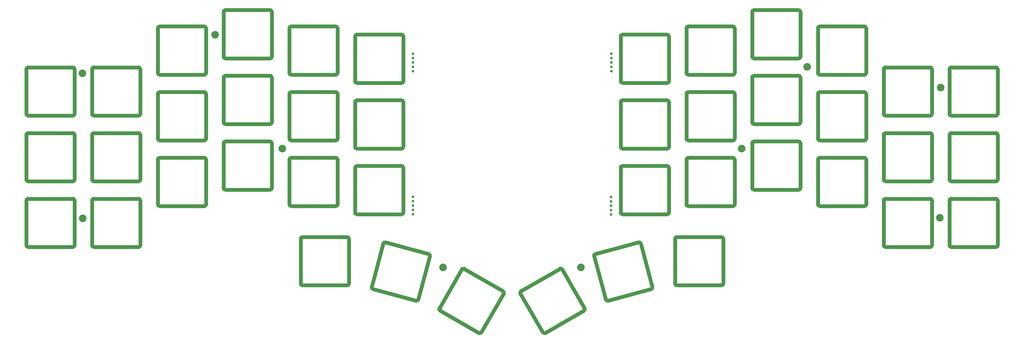
<source format=gbr>
%TF.GenerationSoftware,KiCad,Pcbnew,7.0.2-6a45011f42~172~ubuntu22.04.1*%
%TF.CreationDate,2023-05-03T16:23:02+02:00*%
%TF.ProjectId,plate,706c6174-652e-46b6-9963-61645f706362,rev?*%
%TF.SameCoordinates,Original*%
%TF.FileFunction,Soldermask,Bot*%
%TF.FilePolarity,Negative*%
%FSLAX46Y46*%
G04 Gerber Fmt 4.6, Leading zero omitted, Abs format (unit mm)*
G04 Created by KiCad (PCBNEW 7.0.2-6a45011f42~172~ubuntu22.04.1) date 2023-05-03 16:23:02*
%MOMM*%
%LPD*%
G01*
G04 APERTURE LIST*
%ADD10C,1.100000*%
%ADD11C,2.200000*%
%ADD12C,0.787400*%
G04 APERTURE END LIST*
D10*
%TO.C,SW24*%
X185925105Y-150955428D02*
X189289753Y-138398392D01*
X189902125Y-138044838D02*
X202459161Y-141409486D01*
X198835695Y-154932448D02*
X186278659Y-151567800D01*
X202812715Y-142021858D02*
X199448067Y-154578894D01*
X189902125Y-138044839D02*
G75*
G03*
X189289754Y-138398392I-129409J-482962D01*
G01*
X185925106Y-150955428D02*
G75*
G03*
X186278659Y-151567799I482962J-129409D01*
G01*
X202812714Y-142021858D02*
G75*
G03*
X202459161Y-141409487I-482962J129409D01*
G01*
X198833314Y-154930655D02*
G75*
G03*
X199445685Y-154577101I129447J482896D01*
G01*
%TO.C,SW8*%
X104918911Y-119813645D02*
X104918911Y-106813645D01*
X105418911Y-106313645D02*
X118418911Y-106313645D01*
X118418911Y-120313645D02*
X105418911Y-120313645D01*
X118918911Y-106813645D02*
X118918911Y-119813645D01*
X105418911Y-106313645D02*
G75*
G03*
X104918911Y-106813645I1J-500001D01*
G01*
X104918911Y-119813645D02*
G75*
G03*
X105418911Y-120313645I500001J1D01*
G01*
X118918911Y-106813645D02*
G75*
G03*
X118418911Y-106313645I-500000J0D01*
G01*
X118416147Y-120312531D02*
G75*
G03*
X118916147Y-119812529I54J499946D01*
G01*
%TO.C,SW28*%
X296165603Y-84138690D02*
X296165603Y-71138690D01*
X296665603Y-70638690D02*
X309665603Y-70638690D01*
X309665603Y-84638690D02*
X296665603Y-84638690D01*
X310165603Y-71138690D02*
X310165603Y-84138690D01*
X296665603Y-70638690D02*
G75*
G03*
X296165603Y-71138690I1J-500001D01*
G01*
X296165603Y-84138690D02*
G75*
G03*
X296665603Y-84638690I500001J1D01*
G01*
X310165603Y-71138690D02*
G75*
G03*
X309665603Y-70638690I-500000J0D01*
G01*
X309662839Y-84637576D02*
G75*
G03*
X310162839Y-84137574I54J499946D01*
G01*
%TO.C,SW47*%
X353315599Y-138863727D02*
X353315599Y-125863727D01*
X353815599Y-125363727D02*
X366815599Y-125363727D01*
X366815599Y-139363727D02*
X353815599Y-139363727D01*
X367315599Y-125863727D02*
X367315599Y-138863727D01*
X353815599Y-125363727D02*
G75*
G03*
X353315599Y-125863727I1J-500001D01*
G01*
X353315599Y-138863727D02*
G75*
G03*
X353815599Y-139363727I500001J1D01*
G01*
X367315599Y-125863727D02*
G75*
G03*
X366815599Y-125363727I-500000J0D01*
G01*
X366812835Y-139362613D02*
G75*
G03*
X367312835Y-138862611I54J499946D01*
G01*
%TO.C,SW38*%
X353315599Y-119813706D02*
X353315599Y-106813706D01*
X353815599Y-106313706D02*
X366815599Y-106313706D01*
X366815599Y-120313706D02*
X353815599Y-120313706D01*
X367315599Y-106813706D02*
X367315599Y-119813706D01*
X353815599Y-106313706D02*
G75*
G03*
X353315599Y-106813706I1J-500001D01*
G01*
X353315599Y-119813706D02*
G75*
G03*
X353815599Y-120313706I500001J1D01*
G01*
X367315599Y-106813706D02*
G75*
G03*
X366815599Y-106313706I-500000J0D01*
G01*
X366812835Y-120312592D02*
G75*
G03*
X367312835Y-119812590I54J499946D01*
G01*
%TO.C,SW37*%
X334265599Y-119813707D02*
X334265599Y-106813707D01*
X334765599Y-106313707D02*
X347765599Y-106313707D01*
X347765599Y-120313707D02*
X334765599Y-120313707D01*
X348265599Y-106813707D02*
X348265599Y-119813707D01*
X334765599Y-106313707D02*
G75*
G03*
X334265599Y-106813707I1J-500001D01*
G01*
X334265599Y-119813707D02*
G75*
G03*
X334765599Y-120313707I500001J1D01*
G01*
X348265599Y-106813707D02*
G75*
G03*
X347765599Y-106313707I-500000J0D01*
G01*
X347762835Y-120312593D02*
G75*
G03*
X348262835Y-119812591I54J499946D01*
G01*
%TO.C,SW50*%
X273815601Y-149988722D02*
X273815601Y-136988722D01*
X274315601Y-136488722D02*
X287315601Y-136488722D01*
X287315601Y-150488722D02*
X274315601Y-150488722D01*
X287815601Y-136988722D02*
X287815601Y-149988722D01*
X274315601Y-136488722D02*
G75*
G03*
X273815601Y-136988722I1J-500001D01*
G01*
X273815601Y-149988722D02*
G75*
G03*
X274315601Y-150488722I500001J1D01*
G01*
X287815601Y-136988722D02*
G75*
G03*
X287315601Y-136488722I-500000J0D01*
G01*
X287312837Y-150487608D02*
G75*
G03*
X287812837Y-149987606I54J499946D01*
G01*
%TO.C,SW46*%
X334265600Y-138863723D02*
X334265600Y-125863723D01*
X334765600Y-125363723D02*
X347765600Y-125363723D01*
X347765600Y-139363723D02*
X334765600Y-139363723D01*
X348265600Y-125863723D02*
X348265600Y-138863723D01*
X334765600Y-125363723D02*
G75*
G03*
X334265600Y-125863723I1J-500001D01*
G01*
X334265600Y-138863723D02*
G75*
G03*
X334765600Y-139363723I500001J1D01*
G01*
X348265600Y-125863723D02*
G75*
G03*
X347765600Y-125363723I-500000J0D01*
G01*
X347762836Y-139362609D02*
G75*
G03*
X348262836Y-138862607I54J499946D01*
G01*
%TO.C,SW17*%
X143018909Y-122238642D02*
X143018909Y-109238642D01*
X143518909Y-108738642D02*
X156518909Y-108738642D01*
X156518909Y-122738642D02*
X143518909Y-122738642D01*
X157018909Y-109238642D02*
X157018909Y-122238642D01*
X143518909Y-108738642D02*
G75*
G03*
X143018909Y-109238642I1J-500001D01*
G01*
X143018909Y-122238642D02*
G75*
G03*
X143518909Y-122738642I500001J1D01*
G01*
X157018909Y-109238642D02*
G75*
G03*
X156518909Y-108738642I-500000J0D01*
G01*
X156516145Y-122737528D02*
G75*
G03*
X157016145Y-122237526I54J499946D01*
G01*
%TO.C,SW33*%
X258065598Y-110313709D02*
X258065598Y-97313709D01*
X258565598Y-96813709D02*
X271565598Y-96813709D01*
X271565598Y-110813709D02*
X258565598Y-110813709D01*
X272065598Y-97313709D02*
X272065598Y-110313709D01*
X258565598Y-96813709D02*
G75*
G03*
X258065598Y-97313709I1J-500001D01*
G01*
X258065598Y-110313709D02*
G75*
G03*
X258565598Y-110813709I500001J1D01*
G01*
X272065598Y-97313709D02*
G75*
G03*
X271565598Y-96813709I-500000J0D01*
G01*
X271562834Y-110812595D02*
G75*
G03*
X272062834Y-110312593I54J499946D01*
G01*
%TO.C,SW34*%
X277115599Y-107938709D02*
X277115599Y-94938709D01*
X277615599Y-94438709D02*
X290615599Y-94438709D01*
X290615599Y-108438709D02*
X277615599Y-108438709D01*
X291115599Y-94938709D02*
X291115599Y-107938709D01*
X277615599Y-94438709D02*
G75*
G03*
X277115599Y-94938709I1J-500001D01*
G01*
X277115599Y-107938709D02*
G75*
G03*
X277615599Y-108438709I500001J1D01*
G01*
X291115599Y-94938709D02*
G75*
G03*
X290615599Y-94438709I-500000J0D01*
G01*
X290612835Y-108437595D02*
G75*
G03*
X291112835Y-107937593I54J499946D01*
G01*
%TO.C,SW4*%
X143018910Y-84138643D02*
X143018910Y-71138643D01*
X143518910Y-70638643D02*
X156518910Y-70638643D01*
X156518910Y-84638643D02*
X143518910Y-84638643D01*
X157018910Y-71138643D02*
X157018910Y-84138643D01*
X143518910Y-70638643D02*
G75*
G03*
X143018910Y-71138643I1J-500001D01*
G01*
X143018910Y-84138643D02*
G75*
G03*
X143518910Y-84638643I500001J1D01*
G01*
X157018910Y-71138643D02*
G75*
G03*
X156518910Y-70638643I-500000J0D01*
G01*
X156516146Y-84637529D02*
G75*
G03*
X157016146Y-84137527I54J499946D01*
G01*
%TO.C,SW16*%
X123968907Y-126988648D02*
X123968907Y-113988648D01*
X124468907Y-113488648D02*
X137468907Y-113488648D01*
X137468907Y-127488648D02*
X124468907Y-127488648D01*
X137968907Y-113988648D02*
X137968907Y-126988648D01*
X124468907Y-113488648D02*
G75*
G03*
X123968907Y-113988648I1J-500001D01*
G01*
X123968907Y-126988648D02*
G75*
G03*
X124468907Y-127488648I500001J1D01*
G01*
X137968907Y-113988648D02*
G75*
G03*
X137468907Y-113488648I-500000J0D01*
G01*
X137466143Y-127487534D02*
G75*
G03*
X137966143Y-126987532I54J499946D01*
G01*
%TO.C,SW2*%
X104918911Y-100763644D02*
X104918911Y-87763644D01*
X105418911Y-87263644D02*
X118418911Y-87263644D01*
X118418911Y-101263644D02*
X105418911Y-101263644D01*
X118918911Y-87763644D02*
X118918911Y-100763644D01*
X105418911Y-87263644D02*
G75*
G03*
X104918911Y-87763644I1J-500001D01*
G01*
X104918911Y-100763644D02*
G75*
G03*
X105418911Y-101263644I500001J1D01*
G01*
X118918911Y-87763644D02*
G75*
G03*
X118418911Y-87263644I-500000J0D01*
G01*
X118416147Y-101262530D02*
G75*
G03*
X118916147Y-100762528I54J499946D01*
G01*
%TO.C,SW30*%
X334265597Y-100763692D02*
X334265597Y-87763692D01*
X334765597Y-87263692D02*
X347765597Y-87263692D01*
X347765597Y-101263692D02*
X334765597Y-101263692D01*
X348265597Y-87763692D02*
X348265597Y-100763692D01*
X334765597Y-87263692D02*
G75*
G03*
X334265597Y-87763692I1J-500001D01*
G01*
X334265597Y-100763692D02*
G75*
G03*
X334765597Y-101263692I500001J1D01*
G01*
X348265597Y-87763692D02*
G75*
G03*
X347765597Y-87263692I-500000J0D01*
G01*
X347762833Y-101262578D02*
G75*
G03*
X348262833Y-100762576I54J499946D01*
G01*
%TO.C,SW18*%
X162068911Y-126988643D02*
X162068911Y-113988643D01*
X162568911Y-113488643D02*
X175568911Y-113488643D01*
X175568911Y-127488643D02*
X162568911Y-127488643D01*
X176068911Y-113988643D02*
X176068911Y-126988643D01*
X162568911Y-113488643D02*
G75*
G03*
X162068911Y-113988643I1J-500001D01*
G01*
X162068911Y-126988643D02*
G75*
G03*
X162568911Y-127488643I500001J1D01*
G01*
X176068911Y-113988643D02*
G75*
G03*
X175568911Y-113488643I-500000J0D01*
G01*
X175566147Y-127487529D02*
G75*
G03*
X176066147Y-126987527I54J499946D01*
G01*
%TO.C,SW1*%
X85868911Y-100763643D02*
X85868911Y-87763643D01*
X86368911Y-87263643D02*
X99368911Y-87263643D01*
X99368911Y-101263643D02*
X86368911Y-101263643D01*
X99868911Y-87763643D02*
X99868911Y-100763643D01*
X86368911Y-87263643D02*
G75*
G03*
X85868911Y-87763643I1J-500001D01*
G01*
X85868911Y-100763643D02*
G75*
G03*
X86368911Y-101263643I500001J1D01*
G01*
X99868911Y-87763643D02*
G75*
G03*
X99368911Y-87263643I-500000J0D01*
G01*
X99366147Y-101262529D02*
G75*
G03*
X99866147Y-100762527I54J499946D01*
G01*
%TO.C,SW14*%
X85868907Y-138863645D02*
X85868907Y-125863645D01*
X86368907Y-125363645D02*
X99368907Y-125363645D01*
X99368907Y-139363645D02*
X86368907Y-139363645D01*
X99868907Y-125863645D02*
X99868907Y-138863645D01*
X86368907Y-125363645D02*
G75*
G03*
X85868907Y-125863645I1J-500001D01*
G01*
X85868907Y-138863645D02*
G75*
G03*
X86368907Y-139363645I500001J1D01*
G01*
X99868907Y-125863645D02*
G75*
G03*
X99368907Y-125363645I-500000J0D01*
G01*
X99366143Y-139362531D02*
G75*
G03*
X99866143Y-138862529I54J499946D01*
G01*
%TO.C,SW29*%
X315215594Y-88888691D02*
X315215594Y-75888691D01*
X315715594Y-75388691D02*
X328715594Y-75388691D01*
X328715594Y-89388691D02*
X315715594Y-89388691D01*
X329215594Y-75888691D02*
X329215594Y-88888691D01*
X315715594Y-75388691D02*
G75*
G03*
X315215594Y-75888691I1J-500001D01*
G01*
X315215594Y-88888691D02*
G75*
G03*
X315715594Y-89388691I500001J1D01*
G01*
X329215594Y-75888691D02*
G75*
G03*
X328715594Y-75388691I-500000J0D01*
G01*
X328712830Y-89387577D02*
G75*
G03*
X329212830Y-88887575I54J499946D01*
G01*
%TO.C,SW31*%
X353315598Y-100763691D02*
X353315598Y-87763691D01*
X353815598Y-87263691D02*
X366815598Y-87263691D01*
X366815598Y-101263691D02*
X353815598Y-101263691D01*
X367315598Y-87763691D02*
X367315598Y-100763691D01*
X353815598Y-87263691D02*
G75*
G03*
X353315598Y-87763691I1J-500001D01*
G01*
X353315598Y-100763691D02*
G75*
G03*
X353815598Y-101263691I500001J1D01*
G01*
X367315598Y-87763691D02*
G75*
G03*
X366815598Y-87263691I-500000J0D01*
G01*
X366812834Y-101262577D02*
G75*
G03*
X367312834Y-100762575I54J499946D01*
G01*
%TO.C,SW12*%
X181118910Y-110313647D02*
X181118910Y-97313647D01*
X181618910Y-96813647D02*
X194618910Y-96813647D01*
X194618910Y-110813647D02*
X181618910Y-110813647D01*
X195118910Y-97313647D02*
X195118910Y-110313647D01*
X181618910Y-96813647D02*
G75*
G03*
X181118910Y-97313647I1J-500001D01*
G01*
X181118910Y-110313647D02*
G75*
G03*
X181618910Y-110813647I500001J1D01*
G01*
X195118910Y-97313647D02*
G75*
G03*
X194618910Y-96813647I-500000J0D01*
G01*
X194616146Y-110812533D02*
G75*
G03*
X195116146Y-110312531I54J499946D01*
G01*
%TO.C,SW45*%
X315215598Y-126988726D02*
X315215598Y-113988726D01*
X315715598Y-113488726D02*
X328715598Y-113488726D01*
X328715598Y-127488726D02*
X315715598Y-127488726D01*
X329215598Y-113988726D02*
X329215598Y-126988726D01*
X315715598Y-113488726D02*
G75*
G03*
X315215598Y-113988726I1J-500001D01*
G01*
X315215598Y-126988726D02*
G75*
G03*
X315715598Y-127488726I500001J1D01*
G01*
X329215598Y-113988726D02*
G75*
G03*
X328715598Y-113488726I-500000J0D01*
G01*
X328712834Y-127487612D02*
G75*
G03*
X329212834Y-126987610I54J499946D01*
G01*
%TO.C,SW42*%
X258065597Y-129363723D02*
X258065597Y-116363723D01*
X258565597Y-115863723D02*
X271565597Y-115863723D01*
X271565597Y-129863723D02*
X258565597Y-129863723D01*
X272065597Y-116363723D02*
X272065597Y-129363723D01*
X258565597Y-115863723D02*
G75*
G03*
X258065597Y-116363723I1J-500001D01*
G01*
X258065597Y-129363723D02*
G75*
G03*
X258565597Y-129863723I500001J1D01*
G01*
X272065597Y-116363723D02*
G75*
G03*
X271565597Y-115863723I-500000J0D01*
G01*
X271562833Y-129862609D02*
G75*
G03*
X272062833Y-129362607I54J499946D01*
G01*
%TO.C,SW11*%
X162068911Y-107938643D02*
X162068911Y-94938643D01*
X162568911Y-94438643D02*
X175568911Y-94438643D01*
X175568911Y-108438643D02*
X162568911Y-108438643D01*
X176068911Y-94938643D02*
X176068911Y-107938643D01*
X162568911Y-94438643D02*
G75*
G03*
X162068911Y-94938643I1J-500001D01*
G01*
X162068911Y-107938643D02*
G75*
G03*
X162568911Y-108438643I500001J1D01*
G01*
X176068911Y-94938643D02*
G75*
G03*
X175568911Y-94438643I-500000J0D01*
G01*
X175566147Y-108437529D02*
G75*
G03*
X176066147Y-107937527I54J499946D01*
G01*
%TO.C,SW15*%
X104918909Y-138863644D02*
X104918909Y-125863644D01*
X105418909Y-125363644D02*
X118418909Y-125363644D01*
X118418909Y-139363644D02*
X105418909Y-139363644D01*
X118918909Y-125863644D02*
X118918909Y-138863644D01*
X105418909Y-125363644D02*
G75*
G03*
X104918909Y-125863644I1J-500001D01*
G01*
X104918909Y-138863644D02*
G75*
G03*
X105418909Y-139363644I500001J1D01*
G01*
X118918909Y-125863644D02*
G75*
G03*
X118418909Y-125363644I-500000J0D01*
G01*
X118416145Y-139362530D02*
G75*
G03*
X118916145Y-138862528I54J499946D01*
G01*
%TO.C,SW35*%
X296165600Y-103188706D02*
X296165600Y-90188706D01*
X296665600Y-89688706D02*
X309665600Y-89688706D01*
X309665600Y-103688706D02*
X296665600Y-103688706D01*
X310165600Y-90188706D02*
X310165600Y-103188706D01*
X296665600Y-89688706D02*
G75*
G03*
X296165600Y-90188706I1J-500001D01*
G01*
X296165600Y-103188706D02*
G75*
G03*
X296665600Y-103688706I500001J1D01*
G01*
X310165600Y-90188706D02*
G75*
G03*
X309665600Y-89688706I-500000J0D01*
G01*
X309662836Y-103687592D02*
G75*
G03*
X310162836Y-103187590I54J499946D01*
G01*
%TO.C,SW19*%
X181118909Y-129363643D02*
X181118909Y-116363643D01*
X181618909Y-115863643D02*
X194618909Y-115863643D01*
X194618909Y-129863643D02*
X181618909Y-129863643D01*
X195118909Y-116363643D02*
X195118909Y-129363643D01*
X181618909Y-115863643D02*
G75*
G03*
X181118909Y-116363643I1J-500001D01*
G01*
X181118909Y-129363643D02*
G75*
G03*
X181618909Y-129863643I500001J1D01*
G01*
X195118909Y-116363643D02*
G75*
G03*
X194618909Y-115863643I-500000J0D01*
G01*
X194616145Y-129862529D02*
G75*
G03*
X195116145Y-129362527I54J499946D01*
G01*
%TO.C,SW25*%
X205556733Y-157117810D02*
X212056733Y-145859480D01*
X212739746Y-145676467D02*
X223998076Y-152176467D01*
X216998076Y-164300823D02*
X205739746Y-157800823D01*
X224181089Y-152859480D02*
X217681089Y-164117810D01*
X212739745Y-145676468D02*
G75*
G03*
X212056734Y-145859480I-249999J-433013D01*
G01*
X205556734Y-157117811D02*
G75*
G03*
X205739746Y-157800822I433013J-249999D01*
G01*
X224181089Y-152859480D02*
G75*
G03*
X223998076Y-152176467I-433013J250000D01*
G01*
X216996239Y-164298476D02*
G75*
G03*
X217679253Y-164115462I250020J432939D01*
G01*
%TO.C,SW9*%
X123968909Y-107938643D02*
X123968909Y-94938643D01*
X124468909Y-94438643D02*
X137468909Y-94438643D01*
X137468909Y-108438643D02*
X124468909Y-108438643D01*
X137968909Y-94938643D02*
X137968909Y-107938643D01*
X124468909Y-94438643D02*
G75*
G03*
X123968909Y-94938643I1J-500001D01*
G01*
X123968909Y-107938643D02*
G75*
G03*
X124468909Y-108438643I500001J1D01*
G01*
X137968909Y-94938643D02*
G75*
G03*
X137468909Y-94438643I-500000J0D01*
G01*
X137466145Y-108437529D02*
G75*
G03*
X137966145Y-107937527I54J499946D01*
G01*
%TO.C,SW48*%
X235503421Y-164117890D02*
X229003421Y-152859560D01*
X229186434Y-152176547D02*
X240444764Y-145676547D01*
X247444764Y-157800903D02*
X236186434Y-164300903D01*
X241127777Y-145859560D02*
X247627777Y-157117890D01*
X229186434Y-152176547D02*
G75*
G03*
X229003421Y-152859560I250001J-433013D01*
G01*
X235503421Y-164117890D02*
G75*
G03*
X236186434Y-164300903I433013J250001D01*
G01*
X241127777Y-145859560D02*
G75*
G03*
X240444764Y-145676547I-433013J-250000D01*
G01*
X247441813Y-157801319D02*
G75*
G03*
X247624824Y-157118306I-249926J432992D01*
G01*
%TO.C,SW43*%
X277115601Y-126988723D02*
X277115601Y-113988723D01*
X277615601Y-113488723D02*
X290615601Y-113488723D01*
X290615601Y-127488723D02*
X277615601Y-127488723D01*
X291115601Y-113988723D02*
X291115601Y-126988723D01*
X277615601Y-113488723D02*
G75*
G03*
X277115601Y-113988723I1J-500001D01*
G01*
X277115601Y-126988723D02*
G75*
G03*
X277615601Y-127488723I500001J1D01*
G01*
X291115601Y-113988723D02*
G75*
G03*
X290615601Y-113488723I-500000J0D01*
G01*
X290612837Y-127487609D02*
G75*
G03*
X291112837Y-126987607I54J499946D01*
G01*
%TO.C,SW7*%
X85868911Y-119813642D02*
X85868911Y-106813642D01*
X86368911Y-106313642D02*
X99368911Y-106313642D01*
X99368911Y-120313642D02*
X86368911Y-120313642D01*
X99868911Y-106813642D02*
X99868911Y-119813642D01*
X86368911Y-106313642D02*
G75*
G03*
X85868911Y-106813642I1J-500001D01*
G01*
X85868911Y-119813642D02*
G75*
G03*
X86368911Y-120313642I500001J1D01*
G01*
X99868911Y-106813642D02*
G75*
G03*
X99368911Y-106313642I-500000J0D01*
G01*
X99366147Y-120312528D02*
G75*
G03*
X99866147Y-119812526I54J499946D01*
G01*
%TO.C,SW44*%
X296165601Y-122238727D02*
X296165601Y-109238727D01*
X296665601Y-108738727D02*
X309665601Y-108738727D01*
X309665601Y-122738727D02*
X296665601Y-122738727D01*
X310165601Y-109238727D02*
X310165601Y-122238727D01*
X296665601Y-108738727D02*
G75*
G03*
X296165601Y-109238727I1J-500001D01*
G01*
X296165601Y-122238727D02*
G75*
G03*
X296665601Y-122738727I500001J1D01*
G01*
X310165601Y-109238727D02*
G75*
G03*
X309665601Y-108738727I-500000J0D01*
G01*
X309662837Y-122737613D02*
G75*
G03*
X310162837Y-122237611I54J499946D01*
G01*
%TO.C,SW10*%
X143018910Y-103188646D02*
X143018910Y-90188646D01*
X143518910Y-89688646D02*
X156518910Y-89688646D01*
X156518910Y-103688646D02*
X143518910Y-103688646D01*
X157018910Y-90188646D02*
X157018910Y-103188646D01*
X143518910Y-89688646D02*
G75*
G03*
X143018910Y-90188646I1J-500001D01*
G01*
X143018910Y-103188646D02*
G75*
G03*
X143518910Y-103688646I500001J1D01*
G01*
X157018910Y-90188646D02*
G75*
G03*
X156518910Y-89688646I-500000J0D01*
G01*
X156516146Y-103687532D02*
G75*
G03*
X157016146Y-103187530I54J499946D01*
G01*
%TO.C,SW27*%
X277115600Y-88888691D02*
X277115600Y-75888691D01*
X277615600Y-75388691D02*
X290615600Y-75388691D01*
X290615600Y-89388691D02*
X277615600Y-89388691D01*
X291115600Y-75888691D02*
X291115600Y-88888691D01*
X277615600Y-75388691D02*
G75*
G03*
X277115600Y-75888691I1J-500001D01*
G01*
X277115600Y-88888691D02*
G75*
G03*
X277615600Y-89388691I500001J1D01*
G01*
X291115600Y-75888691D02*
G75*
G03*
X290615600Y-75388691I-500000J0D01*
G01*
X290612836Y-89387577D02*
G75*
G03*
X291112836Y-88887575I54J499946D01*
G01*
%TO.C,SW6*%
X181118908Y-91263642D02*
X181118908Y-78263642D01*
X181618908Y-77763642D02*
X194618908Y-77763642D01*
X194618908Y-91763642D02*
X181618908Y-91763642D01*
X195118908Y-78263642D02*
X195118908Y-91263642D01*
X181618908Y-77763642D02*
G75*
G03*
X181118908Y-78263642I1J-500001D01*
G01*
X181118908Y-91263642D02*
G75*
G03*
X181618908Y-91763642I500001J1D01*
G01*
X195118908Y-78263642D02*
G75*
G03*
X194618908Y-77763642I-500000J0D01*
G01*
X194616144Y-91762528D02*
G75*
G03*
X195116144Y-91262526I54J499946D01*
G01*
%TO.C,SW36*%
X315215600Y-107938706D02*
X315215600Y-94938706D01*
X315715600Y-94438706D02*
X328715600Y-94438706D01*
X328715600Y-108438706D02*
X315715600Y-108438706D01*
X329215600Y-94938706D02*
X329215600Y-107938706D01*
X315715600Y-94438706D02*
G75*
G03*
X315215600Y-94938706I1J-500001D01*
G01*
X315215600Y-107938706D02*
G75*
G03*
X315715600Y-108438706I500001J1D01*
G01*
X329215600Y-94938706D02*
G75*
G03*
X328715600Y-94438706I-500000J0D01*
G01*
X328712836Y-108437592D02*
G75*
G03*
X329212836Y-107937590I54J499946D01*
G01*
%TO.C,SW26*%
X258065599Y-91263691D02*
X258065599Y-78263691D01*
X258565599Y-77763691D02*
X271565599Y-77763691D01*
X271565599Y-91763691D02*
X258565599Y-91763691D01*
X272065599Y-78263691D02*
X272065599Y-91263691D01*
X258565599Y-77763691D02*
G75*
G03*
X258065599Y-78263691I1J-500001D01*
G01*
X258065599Y-91263691D02*
G75*
G03*
X258565599Y-91763691I500001J1D01*
G01*
X272065599Y-78263691D02*
G75*
G03*
X271565599Y-77763691I-500000J0D01*
G01*
X271562835Y-91762577D02*
G75*
G03*
X272062835Y-91262575I54J499946D01*
G01*
%TO.C,SW49*%
X253736443Y-154578974D02*
X250371795Y-142021938D01*
X250725349Y-141409566D02*
X263282385Y-138044918D01*
X266905851Y-151567880D02*
X254348815Y-154932528D01*
X263894757Y-138398472D02*
X267259405Y-150955508D01*
X250725349Y-141409567D02*
G75*
G03*
X250371796Y-142021938I129409J-482962D01*
G01*
X253736444Y-154578974D02*
G75*
G03*
X254348815Y-154932527I482962J129409D01*
G01*
X263894756Y-138398472D02*
G75*
G03*
X263282385Y-138044919I-482962J-129409D01*
G01*
X266902893Y-151567519D02*
G75*
G03*
X267256445Y-150955145I-129343J482924D01*
G01*
%TO.C,SW5*%
X162068907Y-88888643D02*
X162068907Y-75888643D01*
X162568907Y-75388643D02*
X175568907Y-75388643D01*
X175568907Y-89388643D02*
X162568907Y-89388643D01*
X176068907Y-75888643D02*
X176068907Y-88888643D01*
X162568907Y-75388643D02*
G75*
G03*
X162068907Y-75888643I1J-500001D01*
G01*
X162068907Y-88888643D02*
G75*
G03*
X162568907Y-89388643I500001J1D01*
G01*
X176068907Y-75888643D02*
G75*
G03*
X175568907Y-75388643I-500000J0D01*
G01*
X175566143Y-89387529D02*
G75*
G03*
X176066143Y-88887527I54J499946D01*
G01*
%TO.C,SW23*%
X165368907Y-149988644D02*
X165368907Y-136988644D01*
X165868907Y-136488644D02*
X178868907Y-136488644D01*
X178868907Y-150488644D02*
X165868907Y-150488644D01*
X179368907Y-136988644D02*
X179368907Y-149988644D01*
X165868907Y-136488644D02*
G75*
G03*
X165368907Y-136988644I1J-500001D01*
G01*
X165368907Y-149988644D02*
G75*
G03*
X165868907Y-150488644I500001J1D01*
G01*
X179368907Y-136988644D02*
G75*
G03*
X178868907Y-136488644I-500000J0D01*
G01*
X178866143Y-150487530D02*
G75*
G03*
X179366143Y-149987528I54J499946D01*
G01*
%TO.C,SW3*%
X123968909Y-88888644D02*
X123968909Y-75888644D01*
X124468909Y-75388644D02*
X137468909Y-75388644D01*
X137468909Y-89388644D02*
X124468909Y-89388644D01*
X137968909Y-75888644D02*
X137968909Y-88888644D01*
X124468909Y-75388644D02*
G75*
G03*
X123968909Y-75888644I1J-500001D01*
G01*
X123968909Y-88888644D02*
G75*
G03*
X124468909Y-89388644I500001J1D01*
G01*
X137968909Y-75888644D02*
G75*
G03*
X137468909Y-75388644I-500000J0D01*
G01*
X137466145Y-89387530D02*
G75*
G03*
X137966145Y-88887528I54J499946D01*
G01*
%TD*%
D11*
%TO.C,H7*%
X350790673Y-93098077D03*
%TD*%
D12*
%TO.C,H15*%
X197900000Y-129910000D03*
X197900000Y-128640000D03*
X197900000Y-127370000D03*
X197900000Y-126100000D03*
X197900000Y-124830000D03*
%TD*%
D11*
%TO.C,H12*%
X293180597Y-110803709D03*
%TD*%
%TO.C,H3*%
X246550600Y-145273723D03*
%TD*%
D12*
%TO.C,H13*%
X197925000Y-88380000D03*
X197925000Y-87110000D03*
X197925000Y-85840000D03*
X197925000Y-84570000D03*
X197925000Y-83300000D03*
%TD*%
D11*
%TO.C,H10*%
X206633910Y-145273640D03*
%TD*%
%TO.C,H2*%
X102213909Y-131083641D03*
%TD*%
%TO.C,H1*%
X102143912Y-88973643D03*
%TD*%
D12*
%TO.C,H16*%
X255325000Y-129930000D03*
X255325000Y-128660000D03*
X255325000Y-127390000D03*
X255325000Y-126120000D03*
X255325000Y-124850000D03*
%TD*%
%TO.C,H14*%
X255350000Y-88360000D03*
X255350000Y-87090000D03*
X255350000Y-85820000D03*
X255350000Y-84550000D03*
X255350000Y-83280000D03*
%TD*%
D11*
%TO.C,H6*%
X160003912Y-110803644D03*
%TD*%
%TO.C,H5*%
X140583909Y-77833643D03*
%TD*%
%TO.C,H11*%
X350546651Y-130938644D03*
%TD*%
%TO.C,H8*%
X312095327Y-87144945D03*
%TD*%
M02*

</source>
